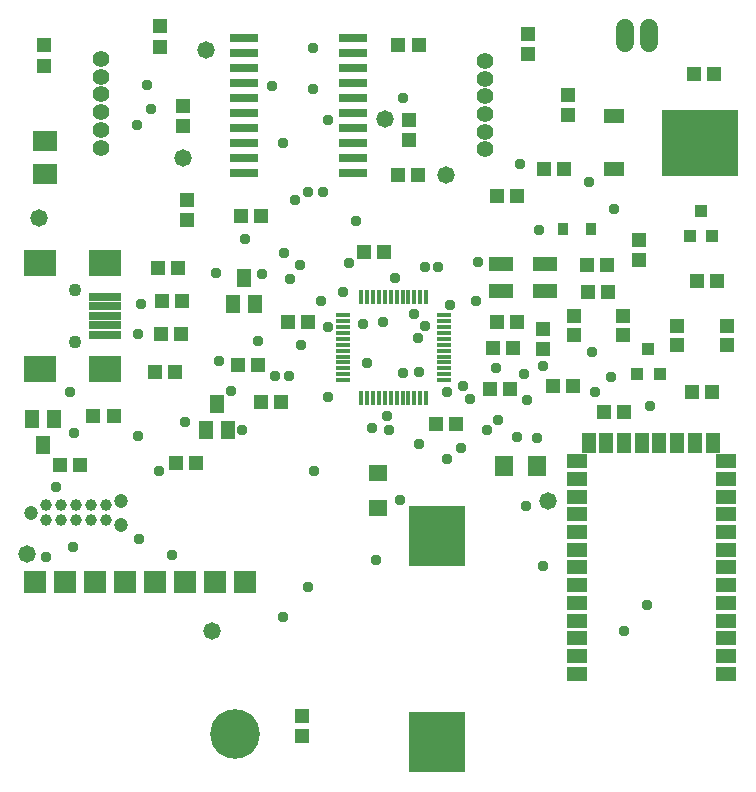
<source format=gbr>
G04 EAGLE Gerber RS-274X export*
G75*
%MOMM*%
%FSLAX34Y34*%
%LPD*%
%INSoldermask Top*%
%IPPOS*%
%AMOC8*
5,1,8,0,0,1.08239X$1,22.5*%
G01*
%ADD10R,1.203200X1.203200*%
%ADD11R,1.303200X1.203200*%
%ADD12R,1.203200X1.303200*%
%ADD13R,1.603200X1.803200*%
%ADD14C,1.411200*%
%ADD15R,2.006200X1.803200*%
%ADD16R,1.603200X1.403200*%
%ADD17R,0.833200X1.033200*%
%ADD18R,6.403200X5.603200*%
%ADD19R,1.803200X1.203200*%
%ADD20R,1.003200X1.103200*%
%ADD21R,2.403200X0.803200*%
%ADD22C,1.511200*%
%ADD23R,2.103200X1.303200*%
%ADD24R,1.203200X1.603200*%
%ADD25R,4.703200X5.203200*%
%ADD26R,1.703200X1.203200*%
%ADD27R,1.203200X1.703200*%
%ADD28R,1.981200X1.981200*%
%ADD29C,4.203200*%
%ADD30R,0.457200X1.203200*%
%ADD31R,1.203200X0.457200*%
%ADD32R,2.703200X0.703200*%
%ADD33R,2.703200X2.203200*%
%ADD34C,1.103200*%
%ADD35C,0.990600*%
%ADD36C,1.203200*%
%ADD37C,1.473200*%
%ADD38C,0.959600*%


D10*
X607700Y385600D03*
X607700Y369600D03*
X565700Y385600D03*
X565700Y369600D03*
D11*
X579777Y599074D03*
X596777Y599074D03*
D12*
X439777Y633074D03*
X439777Y616074D03*
X147177Y572574D03*
X147177Y555574D03*
D13*
X419077Y267074D03*
X447077Y267074D03*
D12*
X339077Y560574D03*
X339077Y543574D03*
X127977Y639574D03*
X127977Y622574D03*
D11*
X346777Y623574D03*
X329777Y623574D03*
X469677Y518574D03*
X452677Y518574D03*
D12*
X473426Y564577D03*
X473426Y581577D03*
X29426Y606477D03*
X29426Y623477D03*
X150426Y492377D03*
X150426Y475377D03*
D14*
X403103Y535423D03*
X403103Y550423D03*
X403103Y565423D03*
X403103Y580423D03*
X403103Y595423D03*
X403103Y610423D03*
X77726Y537032D03*
X77726Y552032D03*
X77726Y567032D03*
X77726Y582032D03*
X77726Y597032D03*
X77726Y612032D03*
D15*
X30126Y542797D03*
X30126Y514357D03*
D16*
X312477Y261774D03*
X312477Y231774D03*
D17*
X469377Y468074D03*
X492377Y468074D03*
D18*
X585238Y541293D03*
D19*
X512238Y564093D03*
X512238Y518493D03*
D20*
X541277Y366074D03*
X550777Y345074D03*
X531777Y345074D03*
X586077Y483074D03*
X595577Y462074D03*
X576577Y462074D03*
D21*
X199164Y617431D03*
X291164Y541231D03*
X199164Y630131D03*
X199164Y604731D03*
X199164Y592031D03*
X291164Y553931D03*
X291164Y528531D03*
X291164Y515831D03*
X199164Y566631D03*
X199164Y528531D03*
X199164Y579331D03*
X199164Y553931D03*
X199164Y515831D03*
X199164Y541231D03*
X291164Y566631D03*
X291164Y579331D03*
X291164Y592031D03*
X291164Y604731D03*
X291164Y617431D03*
X291164Y630131D03*
D12*
X533777Y459074D03*
X533777Y442074D03*
D22*
X541550Y625532D02*
X541550Y638612D01*
X521550Y638612D02*
X521550Y625532D01*
D23*
X416900Y415500D03*
X453900Y438500D03*
X416900Y438500D03*
X453900Y415500D03*
D24*
X198900Y426300D03*
X208400Y404300D03*
X189400Y404300D03*
X176277Y319774D03*
X185777Y297774D03*
X166777Y297774D03*
D11*
X412926Y495677D03*
X429926Y495677D03*
X329077Y513574D03*
X346077Y513574D03*
X229977Y321574D03*
X212977Y321574D03*
D12*
X248377Y39074D03*
X248377Y56074D03*
D10*
X520200Y394600D03*
X520200Y378600D03*
X478200Y394600D03*
X478200Y378600D03*
D25*
X362556Y208403D03*
X362556Y33403D03*
D26*
X606700Y91596D03*
X606700Y106596D03*
X606700Y121596D03*
X606700Y136596D03*
X606700Y151596D03*
X606700Y166596D03*
X606700Y181596D03*
X606700Y196596D03*
X606700Y211596D03*
X606700Y226596D03*
X606700Y241596D03*
X606700Y256596D03*
X606700Y271596D03*
D27*
X595700Y286596D03*
X580700Y286596D03*
X565700Y286596D03*
X550700Y286596D03*
X535700Y286596D03*
X520700Y286596D03*
X505700Y286596D03*
X490700Y286596D03*
D26*
X480700Y91596D03*
X480700Y106596D03*
X480700Y121596D03*
X480700Y136596D03*
X480700Y151596D03*
X480700Y166596D03*
X480700Y181596D03*
X480700Y196596D03*
X480700Y211596D03*
X480700Y226596D03*
X480700Y241596D03*
X480700Y256596D03*
X480700Y271596D03*
D28*
X21700Y169400D03*
X47100Y169400D03*
X72500Y169400D03*
X97900Y169400D03*
X123300Y169400D03*
X148700Y169400D03*
X174100Y169400D03*
X199500Y169400D03*
D29*
X191700Y40400D03*
D30*
X353200Y410100D03*
X348200Y410100D03*
X343200Y410100D03*
X338200Y410100D03*
X333200Y410100D03*
X328200Y410100D03*
X323200Y410100D03*
X318200Y410100D03*
X313200Y410100D03*
X308200Y410100D03*
X303200Y410100D03*
X298200Y410100D03*
D31*
X283200Y395100D03*
X283200Y390100D03*
X283200Y385100D03*
X283200Y380100D03*
X283200Y375100D03*
X283200Y370100D03*
X283200Y365100D03*
X283200Y360100D03*
X283200Y355100D03*
X283200Y350100D03*
X283200Y345100D03*
X283200Y340100D03*
D30*
X298200Y325100D03*
X303200Y325100D03*
X308200Y325100D03*
X313200Y325100D03*
X318200Y325100D03*
X323200Y325100D03*
X328200Y325100D03*
X333200Y325100D03*
X338200Y325100D03*
X343200Y325100D03*
X348200Y325100D03*
X353200Y325100D03*
D31*
X368200Y340100D03*
X368200Y345100D03*
X368200Y350100D03*
X368200Y355100D03*
X368200Y360100D03*
X368200Y365100D03*
X368200Y370100D03*
X368200Y375100D03*
X368200Y380100D03*
X368200Y385100D03*
X368200Y390100D03*
X368200Y395100D03*
D32*
X81200Y394600D03*
X81200Y402600D03*
X81200Y378600D03*
X81200Y386600D03*
D33*
X26200Y349600D03*
X26200Y439600D03*
X81200Y349600D03*
X81200Y439600D03*
D32*
X81200Y410600D03*
D34*
X56200Y416600D03*
X56200Y372600D03*
D35*
X31700Y234350D03*
X44400Y234350D03*
X57100Y234350D03*
X57100Y221650D03*
X44400Y221650D03*
X31700Y221650D03*
X69800Y234350D03*
X82500Y234350D03*
X69800Y221650D03*
X82500Y221650D03*
D36*
X19000Y228000D03*
X95200Y217840D03*
X95200Y238160D03*
D24*
X29000Y285000D03*
X19500Y307000D03*
X38500Y307000D03*
D37*
X15000Y193000D03*
X456000Y238000D03*
X370000Y514000D03*
X167000Y620000D03*
X172000Y128000D03*
X318000Y561000D03*
X147000Y528000D03*
X25000Y477000D03*
D11*
X490500Y415000D03*
X507500Y415000D03*
X489500Y438000D03*
X506500Y438000D03*
X123500Y347000D03*
X140500Y347000D03*
X143500Y435000D03*
X126500Y435000D03*
X503500Y313000D03*
X520500Y313000D03*
X599500Y424000D03*
X582500Y424000D03*
X413500Y389000D03*
X430500Y389000D03*
X361500Y303000D03*
X378500Y303000D03*
X409500Y367000D03*
X426500Y367000D03*
X300500Y449000D03*
X317500Y449000D03*
X236500Y389000D03*
X253500Y389000D03*
X595500Y330000D03*
X578500Y330000D03*
X424500Y333000D03*
X407500Y333000D03*
X145500Y379000D03*
X128500Y379000D03*
X146500Y407000D03*
X129500Y407000D03*
X196500Y479000D03*
X213500Y479000D03*
X193500Y353000D03*
X210500Y353000D03*
X43500Y268000D03*
X60500Y268000D03*
X141500Y270000D03*
X158500Y270000D03*
X88500Y310000D03*
X71500Y310000D03*
X477500Y335000D03*
X460500Y335000D03*
D12*
X452000Y366500D03*
X452000Y383500D03*
D38*
X433000Y523000D03*
X270000Y560000D03*
X334000Y579000D03*
X449000Y467000D03*
X512000Y485000D03*
X447000Y291000D03*
X491000Y508000D03*
X320000Y310000D03*
X311000Y188000D03*
X452500Y182500D03*
X540000Y150000D03*
X321878Y298296D03*
X331000Y239000D03*
X437500Y233500D03*
X521000Y128000D03*
X303000Y355000D03*
X270000Y326000D03*
X242000Y493000D03*
X363000Y436000D03*
X257500Y586500D03*
X270000Y385000D03*
X266000Y499000D03*
X352000Y436000D03*
X117000Y590000D03*
X120000Y570000D03*
X232678Y448000D03*
X288000Y439000D03*
X327000Y427000D03*
X346000Y376000D03*
X397000Y440000D03*
X225000Y344000D03*
X390000Y324000D03*
X334000Y346000D03*
X347000Y286000D03*
X253000Y165000D03*
X238000Y426000D03*
X222678Y589000D03*
X246000Y438000D03*
X232000Y541000D03*
X264000Y407000D03*
X253000Y499000D03*
X283000Y415000D03*
X257000Y621000D03*
X307000Y299322D03*
X232000Y140000D03*
X108000Y556000D03*
X31000Y190000D03*
X197000Y298000D03*
X436000Y345000D03*
X412155Y350000D03*
X52000Y330000D03*
X112000Y405000D03*
X55000Y295000D03*
X109000Y379000D03*
X149000Y305000D03*
X109000Y293000D03*
X214000Y430000D03*
X294000Y475000D03*
X352000Y386000D03*
X200000Y460000D03*
X175000Y431000D03*
X247000Y370000D03*
X211000Y373000D03*
X54000Y199000D03*
X110000Y206000D03*
X543000Y318000D03*
X510000Y343000D03*
X405000Y298000D03*
X430000Y292000D03*
X343000Y396000D03*
X373000Y404000D03*
X317000Y389000D03*
X395000Y407000D03*
X40000Y250000D03*
X494000Y364000D03*
X496000Y330000D03*
X299500Y387500D03*
X414000Y306000D03*
X138000Y192000D03*
X237000Y344000D03*
X258000Y263000D03*
X188000Y331000D03*
X178000Y356000D03*
X452000Y352000D03*
X439000Y323000D03*
X383000Y283000D03*
X384500Y335500D03*
X127000Y263000D03*
X347000Y347000D03*
X371000Y273000D03*
X371000Y330000D03*
M02*

</source>
